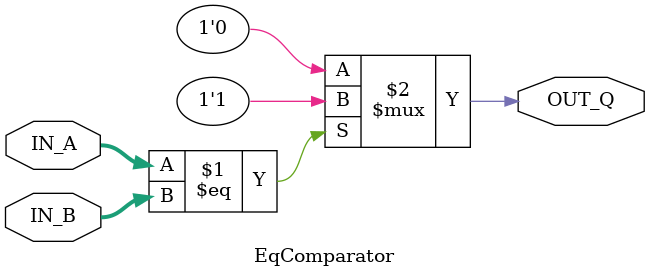
<source format=v>
module EqComparator(IN_A, IN_B, OUT_Q);
    input [31:0] IN_A, IN_B;
    output OUT_Q;
    assign OUT_Q = (IN_A == IN_B) ? 1'b1 : 1'b0;
endmodule

</source>
